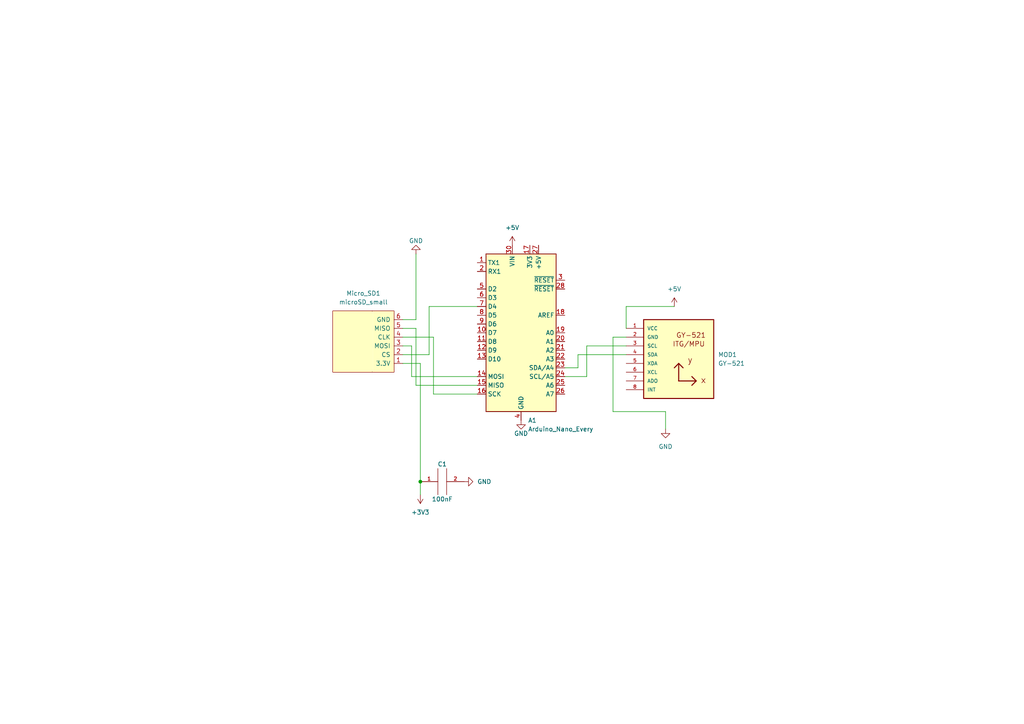
<source format=kicad_sch>
(kicad_sch (version 20211123) (generator eeschema)
  (paper "A4")
  (lib_symbols
    (symbol "ARTS-Lab:microSD_small" (pin_names (offset 1.016))
      (property "Reference" "Micro_SD" (at 0 -7.62 0))
      (property "Value" "microSD_small" (at 0 -3.81 0))
      (symbol "microSD_small_0_1"
        (polyline (pts (xy -8.89 -11.43) (xy -8.89 -17.78) (xy 8.89 -17.78) (xy 8.89 -11.43)) (fill (type background)))
        (polyline (pts (xy -8.89 -11.43) (xy -8.89 0) (xy 8.89 0) (xy 8.89 -11.43)) (fill (type background)))
      )
      (symbol "microSD_small_1_1"
        (pin input line (at -6.35 -20.32 90) (length 2.54) (name "3.3V") (number "1"))
        (pin input line (at -3.81 -20.32 90) (length 2.54) (name "CS") (number "2"))
        (pin input line (at -1.27 -20.32 90) (length 2.54) (name "MOSI") (number "3"))
        (pin input line (at 1.27 -20.32 90) (length 2.54) (name "CLK") (number "4"))
        (pin input line (at 3.81 -20.32 90) (length 2.54) (name "MISO") (number "5"))
        (pin input line (at 6.35 -20.32 90) (length 2.54) (name "GND") (number "6"))
      )
    )
    (symbol "GY-521:GY-521" (pin_names (offset 1.016))
      (property "Reference" "MOD" (at 0 3.302 0))
      (property "Value" "GY-521" (at 0 -22.86 0))
      (symbol "GY-521_0_0"
        (rectangle (start 0 -20.32) (end 20.32 2.54) (stroke (width 0.3048)) (fill (type background)))
        (polyline (pts (xy 10.16 -15.24) (xy 10.16 -10.16)) (stroke (width 0.3048)))
        (polyline (pts (xy 10.16 -15.24) (xy 15.24 -15.24)) (stroke (width 0.3048)))
        (polyline (pts (xy 10.16 -10.16) (xy 8.89 -11.43)) (stroke (width 0.3048)))
        (polyline (pts (xy 10.16 -10.16) (xy 11.43 -11.43)) (stroke (width 0.3048)))
        (polyline (pts (xy 15.24 -15.24) (xy 13.97 -16.51)) (stroke (width 0.3048)))
        (polyline (pts (xy 15.24 -15.24) (xy 13.97 -13.97)) (stroke (width 0.3048)))
        (text "GY-521" (at 9.398 -2.794 0) (effects (font (size 1.4224 1.4224)) (justify left bottom)))
        (text "ITG/MPU" (at 8.382 -5.334 0) (effects (font (size 1.4224 1.4224)) (justify left bottom)))
        (text "x" (at 16.51 -16.002 0) (effects (font (size 1.778 1.778)) (justify left bottom)))
        (text "y" (at 12.7 -10.16 0) (effects (font (size 1.778 1.778)) (justify left bottom)))
        (pin bidirectional line (at -5.08 0 0) (length 5.08) (name "VCC") (number "1"))
        (pin bidirectional line (at -5.08 -2.54 0) (length 5.08) (name "GND") (number "2"))
        (pin bidirectional line (at -5.08 -5.08 0) (length 5.08) (name "SCL") (number "3"))
        (pin bidirectional line (at -5.08 -7.62 0) (length 5.08) (name "SDA") (number "4"))
        (pin bidirectional line (at -5.08 -10.16 0) (length 5.08) (name "XDA") (number "5"))
        (pin bidirectional line (at -5.08 -12.7 0) (length 5.08) (name "XCL") (number "6"))
        (pin bidirectional line (at -5.08 -15.24 0) (length 5.08) (name "ADO") (number "7"))
        (pin bidirectional line (at -5.08 -17.78 0) (length 5.08) (name "INT") (number "8"))
      )
    )
    (symbol "MCU_Module:Arduino_Nano_Every"
      (property "Reference" "A" (at -10.16 23.495 0))
      (property "Value" "Arduino_Nano_Every" (at 5.08 -24.13 0))
      (symbol "Arduino_Nano_Every_0_1"
        (rectangle (start -10.16 22.86) (end 10.16 -22.86) (stroke (width 0.254)) (fill (type background)))
      )
      (symbol "Arduino_Nano_Every_1_1"
        (pin bidirectional line (at -12.7 20.32 0) (length 2.54) (name "TX1") (number "1"))
        (pin bidirectional line (at -12.7 0 0) (length 2.54) (name "D7") (number "10"))
        (pin bidirectional line (at -12.7 -2.54 0) (length 2.54) (name "D8") (number "11"))
        (pin bidirectional line (at -12.7 -5.08 0) (length 2.54) (name "D9") (number "12"))
        (pin bidirectional line (at -12.7 -7.62 0) (length 2.54) (name "D10") (number "13"))
        (pin bidirectional line (at -12.7 -12.7 0) (length 2.54) (name "MOSI") (number "14"))
        (pin bidirectional line (at -12.7 -15.24 0) (length 2.54) (name "MISO") (number "15"))
        (pin bidirectional line (at -12.7 -17.78 0) (length 2.54) (name "SCK") (number "16"))
        (pin power_out line (at 2.54 25.4 270) (length 2.54) (name "3V3") (number "17"))
        (pin input line (at 12.7 5.08 180) (length 2.54) (name "AREF") (number "18"))
        (pin bidirectional line (at 12.7 0 180) (length 2.54) (name "A0") (number "19"))
        (pin bidirectional line (at -12.7 17.78 0) (length 2.54) (name "RX1") (number "2"))
        (pin bidirectional line (at 12.7 -2.54 180) (length 2.54) (name "A1") (number "20"))
        (pin bidirectional line (at 12.7 -5.08 180) (length 2.54) (name "A2") (number "21"))
        (pin bidirectional line (at 12.7 -7.62 180) (length 2.54) (name "A3") (number "22"))
        (pin bidirectional line (at 12.7 -10.16 180) (length 2.54) (name "SDA/A4") (number "23"))
        (pin bidirectional line (at 12.7 -12.7 180) (length 2.54) (name "SCL/A5") (number "24"))
        (pin bidirectional line (at 12.7 -15.24 180) (length 2.54) (name "A6") (number "25"))
        (pin bidirectional line (at 12.7 -17.78 180) (length 2.54) (name "A7") (number "26"))
        (pin power_out line (at 5.08 25.4 270) (length 2.54) (name "+5V") (number "27"))
        (pin input line (at 12.7 12.7 180) (length 2.54) (name "~{RESET}") (number "28"))
        (pin passive line (at 0 -25.4 90) (length 2.54) hide (name "GND") (number "29"))
        (pin input line (at 12.7 15.24 180) (length 2.54) (name "~{RESET}") (number "3"))
        (pin power_in line (at -2.54 25.4 270) (length 2.54) (name "VIN") (number "30"))
        (pin power_in line (at 0 -25.4 90) (length 2.54) (name "GND") (number "4"))
        (pin bidirectional line (at -12.7 12.7 0) (length 2.54) (name "D2") (number "5"))
        (pin bidirectional line (at -12.7 10.16 0) (length 2.54) (name "D3") (number "6"))
        (pin bidirectional line (at -12.7 7.62 0) (length 2.54) (name "D4") (number "7"))
        (pin bidirectional line (at -12.7 5.08 0) (length 2.54) (name "D5") (number "8"))
        (pin bidirectional line (at -12.7 2.54 0) (length 2.54) (name "D6") (number "9"))
      )
    )
    (symbol "power:+3V3" (power) (pin_names (offset 0))
      (property "Value" "+3V3" (at 0 3.556 0))
      (symbol "+3V3_0_1"
        (polyline (pts (xy -0.762 1.27) (xy 0 2.54)))
        (polyline (pts (xy 0 0) (xy 0 2.54)))
        (polyline (pts (xy 0 2.54) (xy 0.762 1.27)))
      )
      (symbol "+3V3_1_1"
        (pin power_in line (at 0 0 90) (length 0) hide (name "+3V3") (number "1"))
      )
    )
    (symbol "power:+5V" (power) (pin_names (offset 0))
      (property "Value" "+5V" (at 0 3.556 0))
      (symbol "+5V_0_1"
        (polyline (pts (xy -0.762 1.27) (xy 0 2.54)))
        (polyline (pts (xy 0 0) (xy 0 2.54)))
        (polyline (pts (xy 0 2.54) (xy 0.762 1.27)))
      )
      (symbol "+5V_1_1"
        (pin power_in line (at 0 0 90) (length 0) hide (name "+5V") (number "1"))
      )
    )
    (symbol "power:GND" (power) (pin_names (offset 0))
      (property "Value" "GND" (at 0 -3.81 0))
      (symbol "GND_0_1"
        (polyline (pts (xy 0 0) (xy 0 -1.27) (xy 1.27 -1.27) (xy 0 -2.54) (xy -1.27 -1.27) (xy 0 -1.27)))
      )
      (symbol "GND_1_1"
        (pin power_in line (at 0 0 270) (length 0) hide (name "GND") (number "1"))
      )
    )
    (symbol "pspice:CAP" (pin_names (offset 0.254))
      (property "Reference" "C" (at 2.54 3.81 90))
      (property "Value" "CAP" (at 2.54 -3.81 90))
      (symbol "CAP_0_1"
        (polyline (pts (xy -3.81 -1.27) (xy 3.81 -1.27)))
        (polyline (pts (xy -3.81 1.27) (xy 3.81 1.27)))
      )
      (symbol "CAP_1_1"
        (pin passive line (at 0 6.35 270) (length 5.08) (name "~") (number "1"))
        (pin passive line (at 0 -6.35 90) (length 5.08) (name "~") (number "2"))
      )
    )
  )
  (junction (at 121.92 139.7))
  (wire (pts (xy 195.58 88.9) (xy 181.61 88.9)))
  (wire (pts (xy 121.92 105.41) (xy 116.84 105.41)))
  (wire (pts (xy 170.18 100.33) (xy 170.18 109.22)))
  (wire (pts (xy 120.65 111.76) (xy 120.65 95.25)))
  (wire (pts (xy 119.38 100.33) (xy 116.84 100.33)))
  (wire (pts (xy 121.92 105.41) (xy 121.92 139.7)))
  (wire (pts (xy 116.84 97.79) (xy 125.73 97.79)))
  (wire (pts (xy 120.65 111.76) (xy 138.43 111.76)))
  (wire (pts (xy 121.92 139.7) (xy 121.92 143.51)))
  (wire (pts (xy 116.84 102.87) (xy 124.46 102.87)))
  (wire (pts (xy 119.38 109.22) (xy 119.38 100.33)))
  (wire (pts (xy 124.46 88.9) (xy 124.46 102.87)))
  (wire (pts (xy 193.04 124.46) (xy 193.04 119.38)))
  (wire (pts (xy 177.8 119.38) (xy 177.8 97.79)))
  (wire (pts (xy 170.18 109.22) (xy 163.83 109.22)))
  (wire (pts (xy 125.73 114.3) (xy 125.73 97.79)))
  (wire (pts (xy 181.61 100.33) (xy 170.18 100.33)))
  (wire (pts (xy 120.65 95.25) (xy 116.84 95.25)))
  (wire (pts (xy 193.04 119.38) (xy 177.8 119.38)))
  (wire (pts (xy 124.46 88.9) (xy 138.43 88.9)))
  (wire (pts (xy 120.65 73.66) (xy 120.65 92.71)))
  (wire (pts (xy 167.64 102.87) (xy 167.64 106.68)))
  (wire (pts (xy 181.61 88.9) (xy 181.61 95.25)))
  (wire (pts (xy 163.83 106.68) (xy 167.64 106.68)))
  (wire (pts (xy 125.73 114.3) (xy 138.43 114.3)))
  (wire (pts (xy 177.8 97.79) (xy 181.61 97.79)))
  (wire (pts (xy 120.65 92.71) (xy 116.84 92.71)))
  (wire (pts (xy 119.38 109.22) (xy 138.43 109.22)))
  (wire (pts (xy 181.61 102.87) (xy 167.64 102.87)))
  (symbol (lib_id "power:GND") (at 151.13 121.92 0) (unit 1)
    (property "Reference" "#PWR0101" (effects hide))
    (property "Value" "GND" (at 151.13 125.73 0))
  )
  (symbol (lib_id "power:GND") (at 193.04 124.46 0) (unit 1)
    (property "Reference" "#PWR0105" (effects hide))
    (property "Value" "GND" (at 193.04 129.54 0))
  )
  (symbol (lib_id "power:+5V") (at 195.58 88.9 0) (unit 1)
    (property "Reference" "#PWR0104" (effects hide))
    (property "Value" "+5V" (at 195.58 83.82 0))
  )
  (symbol (lib_id "MCU_Module:Arduino_Nano_Every") (at 151.13 96.52 0) (unit 1)
    (property "Reference" "A1" (at 153.1494 121.92 0) (effects (justify left)))
    (property "Value" "Arduino_Nano_Every" (at 153.1494 124.46 0) (effects (justify left)))
    (property "Footprint" "Module:Arduino_Nano" (effects hide))
    (property "Datasheet" "https://content.arduino.cc/assets/NANOEveryV3.0_sch.pdf" (effects hide))
  )
  (symbol (lib_id "power:GND") (at 134.62 139.7 90) (unit 1)
    (property "Reference" "#PWR0107" (effects hide))
    (property "Value" "GND" (at 138.43 139.6999 90) (effects (justify right)))
  )
  (symbol (lib_id "ARTS-Lab:microSD_small") (at 96.52 99.06 90) (unit 1)
    (property "Reference" "Micro_SD1" (at 105.41 85.09 90))
    (property "Value" "microSD_small" (at 105.41 87.63 90))
    (property "Footprint" "dhec:small_microSD_v2" (effects hide))
  )
  (symbol (lib_id "pspice:CAP") (at 128.27 139.7 90) (unit 1)
    (property "Reference" "C1" (at 128.27 134.62 90))
    (property "Value" "100nF" (at 128.27 144.78 90))
    (property "Footprint" "Capacitor_SMD:CP_Elec_3x5.4" (effects hide))
  )
  (symbol (lib_id "GY-521:GY-521") (at 186.69 95.25 0) (unit 1)
    (property "Reference" "MOD1" (at 208.28 102.8699 0) (effects (justify left)))
    (property "Value" "GY-521" (at 208.28 105.4099 0) (effects (justify left)))
    (property "Footprint" "GY-521" (effects hide))
  )
  (symbol (lib_id "power:+5V") (at 148.59 71.12 0) (unit 1)
    (property "Reference" "#PWR0102" (effects hide))
    (property "Value" "+5V" (at 148.59 66.04 0))
  )
  (symbol (lib_id "power:+3V3") (at 121.92 143.51 180) (unit 1)
    (property "Reference" "#PWR0103" (effects hide))
    (property "Value" "+3V3" (at 121.92 148.59 0))
  )
  (symbol (lib_id "power:GND") (at 120.65 73.66 180) (unit 1)
    (property "Reference" "#PWR0106" (effects hide))
    (property "Value" "GND" (at 120.65 69.85 0))
  )
)
</source>
